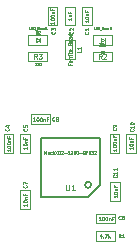
<source format=gbr>
G04 #@! TF.FileFunction,Other,Fab,Top*
%FSLAX46Y46*%
G04 Gerber Fmt 4.6, Leading zero omitted, Abs format (unit mm)*
G04 Created by KiCad (PCBNEW 4.0.7) date 11/16/17 22:13:53*
%MOMM*%
%LPD*%
G01*
G04 APERTURE LIST*
%ADD10C,0.100000*%
%ADD11C,0.200000*%
%ADD12C,0.150000*%
%ADD13C,0.075000*%
%ADD14C,0.050000*%
%ADD15C,0.125000*%
%ADD16C,0.062500*%
G04 APERTURE END LIST*
D10*
D11*
X90678000Y-134366000D02*
G75*
G03X90678000Y-134366000I-254000J0D01*
G01*
D10*
X91084500Y-139084000D02*
X91084500Y-138284000D01*
X92684500Y-139084000D02*
X91084500Y-139084000D01*
X92684500Y-138284000D02*
X92684500Y-139084000D01*
X91084500Y-138284000D02*
X92684500Y-138284000D01*
X91084500Y-137623500D02*
X91084500Y-136823500D01*
X92684500Y-137623500D02*
X91084500Y-137623500D01*
X92684500Y-136823500D02*
X92684500Y-137623500D01*
X91084500Y-136823500D02*
X92684500Y-136823500D01*
X92310000Y-134137500D02*
X93110000Y-134137500D01*
X92310000Y-135737500D02*
X92310000Y-134137500D01*
X93110000Y-135737500D02*
X92310000Y-135737500D01*
X93110000Y-134137500D02*
X93110000Y-135737500D01*
X94456200Y-131673500D02*
X93656200Y-131673500D01*
X94456200Y-130073500D02*
X94456200Y-131673500D01*
X93656200Y-130073500D02*
X94456200Y-130073500D01*
X93656200Y-131673500D02*
X93656200Y-130073500D01*
X93059200Y-131673500D02*
X92259200Y-131673500D01*
X93059200Y-130073500D02*
X93059200Y-131673500D01*
X92259200Y-130073500D02*
X93059200Y-130073500D01*
X92259200Y-131673500D02*
X92259200Y-130073500D01*
X87160000Y-128378000D02*
X87160000Y-129178000D01*
X85560000Y-128378000D02*
X87160000Y-128378000D01*
X85560000Y-129178000D02*
X85560000Y-128378000D01*
X87160000Y-129178000D02*
X85560000Y-129178000D01*
X84093000Y-131673500D02*
X83293000Y-131673500D01*
X84093000Y-130073500D02*
X84093000Y-131673500D01*
X83293000Y-130073500D02*
X84093000Y-130073500D01*
X83293000Y-131673500D02*
X83293000Y-130073500D01*
X85490000Y-131673500D02*
X84690000Y-131673500D01*
X85490000Y-130073500D02*
X85490000Y-131673500D01*
X84690000Y-130073500D02*
X85490000Y-130073500D01*
X84690000Y-131673500D02*
X84690000Y-130073500D01*
X84690000Y-134836000D02*
X85490000Y-134836000D01*
X84690000Y-136436000D02*
X84690000Y-134836000D01*
X85490000Y-136436000D02*
X84690000Y-136436000D01*
X85490000Y-134836000D02*
X85490000Y-136436000D01*
X92430500Y-123107500D02*
X92430500Y-123907500D01*
X90830500Y-123107500D02*
X92430500Y-123107500D01*
X90830500Y-123907500D02*
X90830500Y-123107500D01*
X92430500Y-123907500D02*
X90830500Y-123907500D01*
X91830500Y-122310500D02*
X91830500Y-121910500D01*
X91780500Y-122110500D02*
X91480500Y-122310500D01*
X91480500Y-121910500D02*
X91780500Y-122110500D01*
X91480500Y-122310500D02*
X91480500Y-121910500D01*
X90830500Y-121710500D02*
X92430500Y-121710500D01*
X90830500Y-122510500D02*
X90830500Y-121710500D01*
X92430500Y-122510500D02*
X90830500Y-122510500D01*
X92430500Y-121710500D02*
X92430500Y-122510500D01*
X86369500Y-122310500D02*
X86369500Y-121910500D01*
X86319500Y-122110500D02*
X86019500Y-122310500D01*
X86019500Y-121910500D02*
X86319500Y-122110500D01*
X86019500Y-122310500D02*
X86019500Y-121910500D01*
X85369500Y-121710500D02*
X86969500Y-121710500D01*
X85369500Y-122510500D02*
X85369500Y-121710500D01*
X86969500Y-122510500D02*
X85369500Y-122510500D01*
X86969500Y-121710500D02*
X86969500Y-122510500D01*
X86969500Y-123107500D02*
X86969500Y-123907500D01*
X85369500Y-123107500D02*
X86969500Y-123107500D01*
X85369500Y-123907500D02*
X85369500Y-123107500D01*
X86969500Y-123907500D02*
X85369500Y-123907500D01*
X89300000Y-123736000D02*
X88500000Y-123736000D01*
X89300000Y-122136000D02*
X89300000Y-123736000D01*
X88500000Y-122136000D02*
X89300000Y-122136000D01*
X88500000Y-123736000D02*
X88500000Y-122136000D01*
X90733914Y-120876300D02*
X89933914Y-120876300D01*
X90733914Y-119276300D02*
X90733914Y-120876300D01*
X89933914Y-119276300D02*
X90733914Y-119276300D01*
X89933914Y-120876300D02*
X89933914Y-119276300D01*
X89273414Y-120876300D02*
X88473414Y-120876300D01*
X89273414Y-119276300D02*
X89273414Y-120876300D01*
X88473414Y-119276300D02*
X89273414Y-119276300D01*
X88473414Y-120876300D02*
X88473414Y-119276300D01*
X87812914Y-120876300D02*
X87012914Y-120876300D01*
X87812914Y-119276300D02*
X87812914Y-120876300D01*
X87012914Y-119276300D02*
X87812914Y-119276300D01*
X87012914Y-120876300D02*
X87012914Y-119276300D01*
D12*
X91400000Y-134405500D02*
X90400000Y-135405500D01*
X91400000Y-130405500D02*
X91400000Y-134405500D01*
X86400000Y-130405500D02*
X91400000Y-130405500D01*
X86400000Y-135405500D02*
X86400000Y-130405500D01*
X90400000Y-135405500D02*
X86400000Y-135405500D01*
D13*
X93168000Y-138819714D02*
X93068000Y-138676857D01*
X92996572Y-138819714D02*
X92996572Y-138519714D01*
X93110857Y-138519714D01*
X93139429Y-138534000D01*
X93153714Y-138548286D01*
X93168000Y-138576857D01*
X93168000Y-138619714D01*
X93153714Y-138648286D01*
X93139429Y-138662571D01*
X93110857Y-138676857D01*
X92996572Y-138676857D01*
X93453714Y-138819714D02*
X93282286Y-138819714D01*
X93368000Y-138819714D02*
X93368000Y-138519714D01*
X93339429Y-138562571D01*
X93310857Y-138591143D01*
X93282286Y-138605429D01*
X91542429Y-138632414D02*
X91542429Y-138832414D01*
X91471000Y-138518129D02*
X91399572Y-138732414D01*
X91585286Y-138732414D01*
X91699572Y-138803843D02*
X91713857Y-138818129D01*
X91699572Y-138832414D01*
X91685286Y-138818129D01*
X91699572Y-138803843D01*
X91699572Y-138832414D01*
X91813857Y-138532414D02*
X92013857Y-138532414D01*
X91885286Y-138832414D01*
X92128143Y-138832414D02*
X92128143Y-138532414D01*
X92156714Y-138718129D02*
X92242428Y-138832414D01*
X92242428Y-138632414D02*
X92128143Y-138746700D01*
X93168000Y-137267143D02*
X93153714Y-137281429D01*
X93110857Y-137295714D01*
X93082286Y-137295714D01*
X93039429Y-137281429D01*
X93010857Y-137252857D01*
X92996572Y-137224286D01*
X92982286Y-137167143D01*
X92982286Y-137124286D01*
X92996572Y-137067143D01*
X93010857Y-137038571D01*
X93039429Y-137010000D01*
X93082286Y-136995714D01*
X93110857Y-136995714D01*
X93153714Y-137010000D01*
X93168000Y-137024286D01*
X93425143Y-136995714D02*
X93368000Y-136995714D01*
X93339429Y-137010000D01*
X93325143Y-137024286D01*
X93296572Y-137067143D01*
X93282286Y-137124286D01*
X93282286Y-137238571D01*
X93296572Y-137267143D01*
X93310857Y-137281429D01*
X93339429Y-137295714D01*
X93396572Y-137295714D01*
X93425143Y-137281429D01*
X93439429Y-137267143D01*
X93453714Y-137238571D01*
X93453714Y-137167143D01*
X93439429Y-137138571D01*
X93425143Y-137124286D01*
X93396572Y-137110000D01*
X93339429Y-137110000D01*
X93310857Y-137124286D01*
X93296572Y-137138571D01*
X93282286Y-137167143D01*
X91488794Y-137376994D02*
X91317366Y-137376994D01*
X91403080Y-137376994D02*
X91403080Y-137076994D01*
X91374509Y-137119851D01*
X91345937Y-137148423D01*
X91317366Y-137162709D01*
X91674508Y-137076994D02*
X91703080Y-137076994D01*
X91731651Y-137091280D01*
X91745937Y-137105566D01*
X91760223Y-137134137D01*
X91774508Y-137191280D01*
X91774508Y-137262709D01*
X91760223Y-137319851D01*
X91745937Y-137348423D01*
X91731651Y-137362709D01*
X91703080Y-137376994D01*
X91674508Y-137376994D01*
X91645937Y-137362709D01*
X91631651Y-137348423D01*
X91617366Y-137319851D01*
X91603080Y-137262709D01*
X91603080Y-137191280D01*
X91617366Y-137134137D01*
X91631651Y-137105566D01*
X91645937Y-137091280D01*
X91674508Y-137076994D01*
X91960222Y-137076994D02*
X91988794Y-137076994D01*
X92017365Y-137091280D01*
X92031651Y-137105566D01*
X92045937Y-137134137D01*
X92060222Y-137191280D01*
X92060222Y-137262709D01*
X92045937Y-137319851D01*
X92031651Y-137348423D01*
X92017365Y-137362709D01*
X91988794Y-137376994D01*
X91960222Y-137376994D01*
X91931651Y-137362709D01*
X91917365Y-137348423D01*
X91903080Y-137319851D01*
X91888794Y-137262709D01*
X91888794Y-137191280D01*
X91903080Y-137134137D01*
X91917365Y-137105566D01*
X91931651Y-137091280D01*
X91960222Y-137076994D01*
X92188794Y-137176994D02*
X92188794Y-137376994D01*
X92188794Y-137205566D02*
X92203079Y-137191280D01*
X92231651Y-137176994D01*
X92274508Y-137176994D01*
X92303079Y-137191280D01*
X92317365Y-137219851D01*
X92317365Y-137376994D01*
X92560223Y-137219851D02*
X92460223Y-137219851D01*
X92460223Y-137376994D02*
X92460223Y-137076994D01*
X92603080Y-137076994D01*
X93168000Y-137267143D02*
X93153714Y-137281429D01*
X93110857Y-137295714D01*
X93082286Y-137295714D01*
X93039429Y-137281429D01*
X93010857Y-137252857D01*
X92996572Y-137224286D01*
X92982286Y-137167143D01*
X92982286Y-137124286D01*
X92996572Y-137067143D01*
X93010857Y-137038571D01*
X93039429Y-137010000D01*
X93082286Y-136995714D01*
X93110857Y-136995714D01*
X93153714Y-137010000D01*
X93168000Y-137024286D01*
X93425143Y-136995714D02*
X93368000Y-136995714D01*
X93339429Y-137010000D01*
X93325143Y-137024286D01*
X93296572Y-137067143D01*
X93282286Y-137124286D01*
X93282286Y-137238571D01*
X93296572Y-137267143D01*
X93310857Y-137281429D01*
X93339429Y-137295714D01*
X93396572Y-137295714D01*
X93425143Y-137281429D01*
X93439429Y-137267143D01*
X93453714Y-137238571D01*
X93453714Y-137167143D01*
X93439429Y-137138571D01*
X93425143Y-137124286D01*
X93396572Y-137110000D01*
X93339429Y-137110000D01*
X93310857Y-137124286D01*
X93296572Y-137138571D01*
X93282286Y-137167143D01*
X92817143Y-133542857D02*
X92831429Y-133557143D01*
X92845714Y-133600000D01*
X92845714Y-133628571D01*
X92831429Y-133671428D01*
X92802857Y-133700000D01*
X92774286Y-133714285D01*
X92717143Y-133728571D01*
X92674286Y-133728571D01*
X92617143Y-133714285D01*
X92588571Y-133700000D01*
X92560000Y-133671428D01*
X92545714Y-133628571D01*
X92545714Y-133600000D01*
X92560000Y-133557143D01*
X92574286Y-133542857D01*
X92845714Y-133257143D02*
X92845714Y-133428571D01*
X92845714Y-133342857D02*
X92545714Y-133342857D01*
X92588571Y-133371428D01*
X92617143Y-133400000D01*
X92631429Y-133428571D01*
X92845714Y-132971429D02*
X92845714Y-133142857D01*
X92845714Y-133057143D02*
X92545714Y-133057143D01*
X92588571Y-133085714D01*
X92617143Y-133114286D01*
X92631429Y-133142857D01*
X92883814Y-135248769D02*
X92883814Y-135420197D01*
X92883814Y-135334483D02*
X92583814Y-135334483D01*
X92626671Y-135363054D01*
X92655243Y-135391626D01*
X92669529Y-135420197D01*
X92583814Y-135063055D02*
X92583814Y-135034483D01*
X92598100Y-135005912D01*
X92612386Y-134991626D01*
X92640957Y-134977340D01*
X92698100Y-134963055D01*
X92769529Y-134963055D01*
X92826671Y-134977340D01*
X92855243Y-134991626D01*
X92869529Y-135005912D01*
X92883814Y-135034483D01*
X92883814Y-135063055D01*
X92869529Y-135091626D01*
X92855243Y-135105912D01*
X92826671Y-135120197D01*
X92769529Y-135134483D01*
X92698100Y-135134483D01*
X92640957Y-135120197D01*
X92612386Y-135105912D01*
X92598100Y-135091626D01*
X92583814Y-135063055D01*
X92683814Y-134834483D02*
X92883814Y-134834483D01*
X92712386Y-134834483D02*
X92698100Y-134820198D01*
X92683814Y-134791626D01*
X92683814Y-134748769D01*
X92698100Y-134720198D01*
X92726671Y-134705912D01*
X92883814Y-134705912D01*
X92726671Y-134463054D02*
X92726671Y-134563054D01*
X92883814Y-134563054D02*
X92583814Y-134563054D01*
X92583814Y-134420197D01*
X94204614Y-131172069D02*
X94204614Y-131343497D01*
X94204614Y-131257783D02*
X93904614Y-131257783D01*
X93947471Y-131286354D01*
X93976043Y-131314926D01*
X93990329Y-131343497D01*
X93904614Y-130986355D02*
X93904614Y-130957783D01*
X93918900Y-130929212D01*
X93933186Y-130914926D01*
X93961757Y-130900640D01*
X94018900Y-130886355D01*
X94090329Y-130886355D01*
X94147471Y-130900640D01*
X94176043Y-130914926D01*
X94190329Y-130929212D01*
X94204614Y-130957783D01*
X94204614Y-130986355D01*
X94190329Y-131014926D01*
X94176043Y-131029212D01*
X94147471Y-131043497D01*
X94090329Y-131057783D01*
X94018900Y-131057783D01*
X93961757Y-131043497D01*
X93933186Y-131029212D01*
X93918900Y-131014926D01*
X93904614Y-130986355D01*
X94004614Y-130757783D02*
X94204614Y-130757783D01*
X94033186Y-130757783D02*
X94018900Y-130743498D01*
X94004614Y-130714926D01*
X94004614Y-130672069D01*
X94018900Y-130643498D01*
X94047471Y-130629212D01*
X94204614Y-130629212D01*
X94047471Y-130386354D02*
X94047471Y-130486354D01*
X94204614Y-130486354D02*
X93904614Y-130486354D01*
X93904614Y-130343497D01*
X94239543Y-129656657D02*
X94253829Y-129670943D01*
X94268114Y-129713800D01*
X94268114Y-129742371D01*
X94253829Y-129785228D01*
X94225257Y-129813800D01*
X94196686Y-129828085D01*
X94139543Y-129842371D01*
X94096686Y-129842371D01*
X94039543Y-129828085D01*
X94010971Y-129813800D01*
X93982400Y-129785228D01*
X93968114Y-129742371D01*
X93968114Y-129713800D01*
X93982400Y-129670943D01*
X93996686Y-129656657D01*
X94268114Y-129370943D02*
X94268114Y-129542371D01*
X94268114Y-129456657D02*
X93968114Y-129456657D01*
X94010971Y-129485228D01*
X94039543Y-129513800D01*
X94053829Y-129542371D01*
X93968114Y-129185229D02*
X93968114Y-129156657D01*
X93982400Y-129128086D01*
X93996686Y-129113800D01*
X94025257Y-129099514D01*
X94082400Y-129085229D01*
X94153829Y-129085229D01*
X94210971Y-129099514D01*
X94239543Y-129113800D01*
X94253829Y-129128086D01*
X94268114Y-129156657D01*
X94268114Y-129185229D01*
X94253829Y-129213800D01*
X94239543Y-129228086D01*
X94210971Y-129242371D01*
X94153829Y-129256657D01*
X94082400Y-129256657D01*
X94025257Y-129242371D01*
X93996686Y-129228086D01*
X93982400Y-129213800D01*
X93968114Y-129185229D01*
X92794914Y-131294606D02*
X92794914Y-131466034D01*
X92794914Y-131380320D02*
X92494914Y-131380320D01*
X92537771Y-131408891D01*
X92566343Y-131437463D01*
X92580629Y-131466034D01*
X92494914Y-131108892D02*
X92494914Y-131080320D01*
X92509200Y-131051749D01*
X92523486Y-131037463D01*
X92552057Y-131023177D01*
X92609200Y-131008892D01*
X92680629Y-131008892D01*
X92737771Y-131023177D01*
X92766343Y-131037463D01*
X92780629Y-131051749D01*
X92794914Y-131080320D01*
X92794914Y-131108892D01*
X92780629Y-131137463D01*
X92766343Y-131151749D01*
X92737771Y-131166034D01*
X92680629Y-131180320D01*
X92609200Y-131180320D01*
X92552057Y-131166034D01*
X92523486Y-131151749D01*
X92509200Y-131137463D01*
X92494914Y-131108892D01*
X92494914Y-130823178D02*
X92494914Y-130794606D01*
X92509200Y-130766035D01*
X92523486Y-130751749D01*
X92552057Y-130737463D01*
X92609200Y-130723178D01*
X92680629Y-130723178D01*
X92737771Y-130737463D01*
X92766343Y-130751749D01*
X92780629Y-130766035D01*
X92794914Y-130794606D01*
X92794914Y-130823178D01*
X92780629Y-130851749D01*
X92766343Y-130866035D01*
X92737771Y-130880320D01*
X92680629Y-130894606D01*
X92609200Y-130894606D01*
X92552057Y-130880320D01*
X92523486Y-130866035D01*
X92509200Y-130851749D01*
X92494914Y-130823178D01*
X92594914Y-130594606D02*
X92794914Y-130594606D01*
X92623486Y-130594606D02*
X92609200Y-130580321D01*
X92594914Y-130551749D01*
X92594914Y-130508892D01*
X92609200Y-130480321D01*
X92637771Y-130466035D01*
X92794914Y-130466035D01*
X92637771Y-130223177D02*
X92637771Y-130323177D01*
X92794914Y-130323177D02*
X92494914Y-130323177D01*
X92494914Y-130180320D01*
X92763803Y-129564600D02*
X92778089Y-129578886D01*
X92792374Y-129621743D01*
X92792374Y-129650314D01*
X92778089Y-129693171D01*
X92749517Y-129721743D01*
X92720946Y-129736028D01*
X92663803Y-129750314D01*
X92620946Y-129750314D01*
X92563803Y-129736028D01*
X92535231Y-129721743D01*
X92506660Y-129693171D01*
X92492374Y-129650314D01*
X92492374Y-129621743D01*
X92506660Y-129578886D01*
X92520946Y-129564600D01*
X92792374Y-129421743D02*
X92792374Y-129364600D01*
X92778089Y-129336028D01*
X92763803Y-129321743D01*
X92720946Y-129293171D01*
X92663803Y-129278886D01*
X92549517Y-129278886D01*
X92520946Y-129293171D01*
X92506660Y-129307457D01*
X92492374Y-129336028D01*
X92492374Y-129393171D01*
X92506660Y-129421743D01*
X92520946Y-129436028D01*
X92549517Y-129450314D01*
X92620946Y-129450314D01*
X92649517Y-129436028D01*
X92663803Y-129421743D01*
X92678089Y-129393171D01*
X92678089Y-129336028D01*
X92663803Y-129307457D01*
X92649517Y-129293171D01*
X92620946Y-129278886D01*
X85936354Y-128959434D02*
X85764926Y-128959434D01*
X85850640Y-128959434D02*
X85850640Y-128659434D01*
X85822069Y-128702291D01*
X85793497Y-128730863D01*
X85764926Y-128745149D01*
X86122068Y-128659434D02*
X86150640Y-128659434D01*
X86179211Y-128673720D01*
X86193497Y-128688006D01*
X86207783Y-128716577D01*
X86222068Y-128773720D01*
X86222068Y-128845149D01*
X86207783Y-128902291D01*
X86193497Y-128930863D01*
X86179211Y-128945149D01*
X86150640Y-128959434D01*
X86122068Y-128959434D01*
X86093497Y-128945149D01*
X86079211Y-128930863D01*
X86064926Y-128902291D01*
X86050640Y-128845149D01*
X86050640Y-128773720D01*
X86064926Y-128716577D01*
X86079211Y-128688006D01*
X86093497Y-128673720D01*
X86122068Y-128659434D01*
X86407782Y-128659434D02*
X86436354Y-128659434D01*
X86464925Y-128673720D01*
X86479211Y-128688006D01*
X86493497Y-128716577D01*
X86507782Y-128773720D01*
X86507782Y-128845149D01*
X86493497Y-128902291D01*
X86479211Y-128930863D01*
X86464925Y-128945149D01*
X86436354Y-128959434D01*
X86407782Y-128959434D01*
X86379211Y-128945149D01*
X86364925Y-128930863D01*
X86350640Y-128902291D01*
X86336354Y-128845149D01*
X86336354Y-128773720D01*
X86350640Y-128716577D01*
X86364925Y-128688006D01*
X86379211Y-128673720D01*
X86407782Y-128659434D01*
X86636354Y-128759434D02*
X86636354Y-128959434D01*
X86636354Y-128788006D02*
X86650639Y-128773720D01*
X86679211Y-128759434D01*
X86722068Y-128759434D01*
X86750639Y-128773720D01*
X86764925Y-128802291D01*
X86764925Y-128959434D01*
X87007783Y-128802291D02*
X86907783Y-128802291D01*
X86907783Y-128959434D02*
X86907783Y-128659434D01*
X87050640Y-128659434D01*
X87572380Y-128910543D02*
X87558094Y-128924829D01*
X87515237Y-128939114D01*
X87486666Y-128939114D01*
X87443809Y-128924829D01*
X87415237Y-128896257D01*
X87400952Y-128867686D01*
X87386666Y-128810543D01*
X87386666Y-128767686D01*
X87400952Y-128710543D01*
X87415237Y-128681971D01*
X87443809Y-128653400D01*
X87486666Y-128639114D01*
X87515237Y-128639114D01*
X87558094Y-128653400D01*
X87572380Y-128667686D01*
X87743809Y-128767686D02*
X87715237Y-128753400D01*
X87700952Y-128739114D01*
X87686666Y-128710543D01*
X87686666Y-128696257D01*
X87700952Y-128667686D01*
X87715237Y-128653400D01*
X87743809Y-128639114D01*
X87800952Y-128639114D01*
X87829523Y-128653400D01*
X87843809Y-128667686D01*
X87858094Y-128696257D01*
X87858094Y-128710543D01*
X87843809Y-128739114D01*
X87829523Y-128753400D01*
X87800952Y-128767686D01*
X87743809Y-128767686D01*
X87715237Y-128781971D01*
X87700952Y-128796257D01*
X87686666Y-128824829D01*
X87686666Y-128881971D01*
X87700952Y-128910543D01*
X87715237Y-128924829D01*
X87743809Y-128939114D01*
X87800952Y-128939114D01*
X87829523Y-128924829D01*
X87843809Y-128910543D01*
X87858094Y-128881971D01*
X87858094Y-128824829D01*
X87843809Y-128796257D01*
X87829523Y-128781971D01*
X87800952Y-128767686D01*
X83673143Y-129590000D02*
X83687429Y-129604286D01*
X83701714Y-129647143D01*
X83701714Y-129675714D01*
X83687429Y-129718571D01*
X83658857Y-129747143D01*
X83630286Y-129761428D01*
X83573143Y-129775714D01*
X83530286Y-129775714D01*
X83473143Y-129761428D01*
X83444571Y-129747143D01*
X83416000Y-129718571D01*
X83401714Y-129675714D01*
X83401714Y-129647143D01*
X83416000Y-129604286D01*
X83430286Y-129590000D01*
X83501714Y-129332857D02*
X83701714Y-129332857D01*
X83387429Y-129404286D02*
X83601714Y-129475714D01*
X83601714Y-129290000D01*
X83849034Y-131337786D02*
X83849034Y-131509214D01*
X83849034Y-131423500D02*
X83549034Y-131423500D01*
X83591891Y-131452071D01*
X83620463Y-131480643D01*
X83634749Y-131509214D01*
X83549034Y-131152072D02*
X83549034Y-131123500D01*
X83563320Y-131094929D01*
X83577606Y-131080643D01*
X83606177Y-131066357D01*
X83663320Y-131052072D01*
X83734749Y-131052072D01*
X83791891Y-131066357D01*
X83820463Y-131080643D01*
X83834749Y-131094929D01*
X83849034Y-131123500D01*
X83849034Y-131152072D01*
X83834749Y-131180643D01*
X83820463Y-131194929D01*
X83791891Y-131209214D01*
X83734749Y-131223500D01*
X83663320Y-131223500D01*
X83606177Y-131209214D01*
X83577606Y-131194929D01*
X83563320Y-131180643D01*
X83549034Y-131152072D01*
X83549034Y-130866358D02*
X83549034Y-130837786D01*
X83563320Y-130809215D01*
X83577606Y-130794929D01*
X83606177Y-130780643D01*
X83663320Y-130766358D01*
X83734749Y-130766358D01*
X83791891Y-130780643D01*
X83820463Y-130794929D01*
X83834749Y-130809215D01*
X83849034Y-130837786D01*
X83849034Y-130866358D01*
X83834749Y-130894929D01*
X83820463Y-130909215D01*
X83791891Y-130923500D01*
X83734749Y-130937786D01*
X83663320Y-130937786D01*
X83606177Y-130923500D01*
X83577606Y-130909215D01*
X83563320Y-130894929D01*
X83549034Y-130866358D01*
X83649034Y-130637786D02*
X83849034Y-130637786D01*
X83677606Y-130637786D02*
X83663320Y-130623501D01*
X83649034Y-130594929D01*
X83649034Y-130552072D01*
X83663320Y-130523501D01*
X83691891Y-130509215D01*
X83849034Y-130509215D01*
X83691891Y-130266357D02*
X83691891Y-130366357D01*
X83849034Y-130366357D02*
X83549034Y-130366357D01*
X83549034Y-130223500D01*
X85235874Y-131151749D02*
X85235874Y-131323177D01*
X85235874Y-131237463D02*
X84935874Y-131237463D01*
X84978731Y-131266034D01*
X85007303Y-131294606D01*
X85021589Y-131323177D01*
X84935874Y-130966035D02*
X84935874Y-130937463D01*
X84950160Y-130908892D01*
X84964446Y-130894606D01*
X84993017Y-130880320D01*
X85050160Y-130866035D01*
X85121589Y-130866035D01*
X85178731Y-130880320D01*
X85207303Y-130894606D01*
X85221589Y-130908892D01*
X85235874Y-130937463D01*
X85235874Y-130966035D01*
X85221589Y-130994606D01*
X85207303Y-131008892D01*
X85178731Y-131023177D01*
X85121589Y-131037463D01*
X85050160Y-131037463D01*
X84993017Y-131023177D01*
X84964446Y-131008892D01*
X84950160Y-130994606D01*
X84935874Y-130966035D01*
X85035874Y-130737463D02*
X85235874Y-130737463D01*
X85064446Y-130737463D02*
X85050160Y-130723178D01*
X85035874Y-130694606D01*
X85035874Y-130651749D01*
X85050160Y-130623178D01*
X85078731Y-130608892D01*
X85235874Y-130608892D01*
X85078731Y-130366034D02*
X85078731Y-130466034D01*
X85235874Y-130466034D02*
X84935874Y-130466034D01*
X84935874Y-130323177D01*
X85212383Y-129615400D02*
X85226669Y-129629686D01*
X85240954Y-129672543D01*
X85240954Y-129701114D01*
X85226669Y-129743971D01*
X85198097Y-129772543D01*
X85169526Y-129786828D01*
X85112383Y-129801114D01*
X85069526Y-129801114D01*
X85012383Y-129786828D01*
X84983811Y-129772543D01*
X84955240Y-129743971D01*
X84940954Y-129701114D01*
X84940954Y-129672543D01*
X84955240Y-129629686D01*
X84969526Y-129615400D01*
X84940954Y-129343971D02*
X84940954Y-129486828D01*
X85083811Y-129501114D01*
X85069526Y-129486828D01*
X85055240Y-129458257D01*
X85055240Y-129386828D01*
X85069526Y-129358257D01*
X85083811Y-129343971D01*
X85112383Y-129329686D01*
X85183811Y-129329686D01*
X85212383Y-129343971D01*
X85226669Y-129358257D01*
X85240954Y-129386828D01*
X85240954Y-129458257D01*
X85226669Y-129486828D01*
X85212383Y-129501114D01*
X85235874Y-135954889D02*
X85235874Y-136126317D01*
X85235874Y-136040603D02*
X84935874Y-136040603D01*
X84978731Y-136069174D01*
X85007303Y-136097746D01*
X85021589Y-136126317D01*
X84935874Y-135769175D02*
X84935874Y-135740603D01*
X84950160Y-135712032D01*
X84964446Y-135697746D01*
X84993017Y-135683460D01*
X85050160Y-135669175D01*
X85121589Y-135669175D01*
X85178731Y-135683460D01*
X85207303Y-135697746D01*
X85221589Y-135712032D01*
X85235874Y-135740603D01*
X85235874Y-135769175D01*
X85221589Y-135797746D01*
X85207303Y-135812032D01*
X85178731Y-135826317D01*
X85121589Y-135840603D01*
X85050160Y-135840603D01*
X84993017Y-135826317D01*
X84964446Y-135812032D01*
X84950160Y-135797746D01*
X84935874Y-135769175D01*
X85035874Y-135540603D02*
X85235874Y-135540603D01*
X85064446Y-135540603D02*
X85050160Y-135526318D01*
X85035874Y-135497746D01*
X85035874Y-135454889D01*
X85050160Y-135426318D01*
X85078731Y-135412032D01*
X85235874Y-135412032D01*
X85078731Y-135169174D02*
X85078731Y-135269174D01*
X85235874Y-135269174D02*
X84935874Y-135269174D01*
X84935874Y-135126317D01*
X85197143Y-134416000D02*
X85211429Y-134430286D01*
X85225714Y-134473143D01*
X85225714Y-134501714D01*
X85211429Y-134544571D01*
X85182857Y-134573143D01*
X85154286Y-134587428D01*
X85097143Y-134601714D01*
X85054286Y-134601714D01*
X84997143Y-134587428D01*
X84968571Y-134573143D01*
X84940000Y-134544571D01*
X84925714Y-134501714D01*
X84925714Y-134473143D01*
X84940000Y-134430286D01*
X84954286Y-134416000D01*
X84925714Y-134316000D02*
X84925714Y-134116000D01*
X85225714Y-134244571D01*
D14*
X91373357Y-122397976D02*
X91497167Y-122397976D01*
X91430500Y-122474167D01*
X91459072Y-122474167D01*
X91478119Y-122483690D01*
X91487643Y-122493214D01*
X91497167Y-122512262D01*
X91497167Y-122559881D01*
X91487643Y-122578929D01*
X91478119Y-122588452D01*
X91459072Y-122597976D01*
X91401929Y-122597976D01*
X91382881Y-122588452D01*
X91373357Y-122578929D01*
X91563833Y-122397976D02*
X91687643Y-122397976D01*
X91620976Y-122474167D01*
X91649548Y-122474167D01*
X91668595Y-122483690D01*
X91678119Y-122493214D01*
X91687643Y-122512262D01*
X91687643Y-122559881D01*
X91678119Y-122578929D01*
X91668595Y-122588452D01*
X91649548Y-122597976D01*
X91592405Y-122597976D01*
X91573357Y-122588452D01*
X91563833Y-122578929D01*
X91811452Y-122397976D02*
X91830500Y-122397976D01*
X91849548Y-122407500D01*
X91859071Y-122417024D01*
X91868595Y-122436071D01*
X91878119Y-122474167D01*
X91878119Y-122521786D01*
X91868595Y-122559881D01*
X91859071Y-122578929D01*
X91849548Y-122588452D01*
X91830500Y-122597976D01*
X91811452Y-122597976D01*
X91792405Y-122588452D01*
X91782881Y-122578929D01*
X91773357Y-122559881D01*
X91763833Y-122521786D01*
X91763833Y-122474167D01*
X91773357Y-122436071D01*
X91782881Y-122417024D01*
X91792405Y-122407500D01*
X91811452Y-122397976D01*
D13*
X91563834Y-123688452D02*
X91430500Y-123497976D01*
X91335262Y-123688452D02*
X91335262Y-123288452D01*
X91487643Y-123288452D01*
X91525738Y-123307500D01*
X91544786Y-123326548D01*
X91563834Y-123364643D01*
X91563834Y-123421786D01*
X91544786Y-123459881D01*
X91525738Y-123478929D01*
X91487643Y-123497976D01*
X91335262Y-123497976D01*
X91716214Y-123326548D02*
X91735262Y-123307500D01*
X91773357Y-123288452D01*
X91868595Y-123288452D01*
X91906691Y-123307500D01*
X91925738Y-123326548D01*
X91944786Y-123364643D01*
X91944786Y-123402738D01*
X91925738Y-123459881D01*
X91697167Y-123688452D01*
X91944786Y-123688452D01*
D14*
X91482881Y-123200976D02*
X91482881Y-123000976D01*
X91530500Y-123000976D01*
X91559072Y-123010500D01*
X91578119Y-123029548D01*
X91587643Y-123048595D01*
X91597167Y-123086690D01*
X91597167Y-123115262D01*
X91587643Y-123153357D01*
X91578119Y-123172405D01*
X91559072Y-123191452D01*
X91530500Y-123200976D01*
X91482881Y-123200976D01*
X91787643Y-123200976D02*
X91673357Y-123200976D01*
X91730500Y-123200976D02*
X91730500Y-123000976D01*
X91711452Y-123029548D01*
X91692405Y-123048595D01*
X91673357Y-123058119D01*
X91001929Y-121200976D02*
X90906691Y-121200976D01*
X90906691Y-121000976D01*
X91068596Y-121096214D02*
X91135263Y-121096214D01*
X91163834Y-121200976D02*
X91068596Y-121200976D01*
X91068596Y-121000976D01*
X91163834Y-121000976D01*
X91249548Y-121200976D02*
X91249548Y-121000976D01*
X91297167Y-121000976D01*
X91325739Y-121010500D01*
X91344786Y-121029548D01*
X91354310Y-121048595D01*
X91363834Y-121086690D01*
X91363834Y-121115262D01*
X91354310Y-121153357D01*
X91344786Y-121172405D01*
X91325739Y-121191452D01*
X91297167Y-121200976D01*
X91249548Y-121200976D01*
X91401929Y-121220024D02*
X91554310Y-121220024D01*
X91592405Y-121191452D02*
X91620977Y-121200976D01*
X91668596Y-121200976D01*
X91687643Y-121191452D01*
X91697167Y-121181929D01*
X91706691Y-121162881D01*
X91706691Y-121143833D01*
X91697167Y-121124786D01*
X91687643Y-121115262D01*
X91668596Y-121105738D01*
X91630500Y-121096214D01*
X91611453Y-121086690D01*
X91601929Y-121077167D01*
X91592405Y-121058119D01*
X91592405Y-121039071D01*
X91601929Y-121020024D01*
X91611453Y-121010500D01*
X91630500Y-121000976D01*
X91678120Y-121000976D01*
X91706691Y-121010500D01*
X91792405Y-121200976D02*
X91792405Y-121067643D01*
X91792405Y-121086690D02*
X91801929Y-121077167D01*
X91820976Y-121067643D01*
X91849548Y-121067643D01*
X91868596Y-121077167D01*
X91878119Y-121096214D01*
X91878119Y-121200976D01*
X91878119Y-121096214D02*
X91887643Y-121077167D01*
X91906691Y-121067643D01*
X91935262Y-121067643D01*
X91954310Y-121077167D01*
X91963834Y-121096214D01*
X91963834Y-121200976D01*
X92144786Y-121200976D02*
X92144786Y-121096214D01*
X92135263Y-121077167D01*
X92116215Y-121067643D01*
X92078120Y-121067643D01*
X92059072Y-121077167D01*
X92144786Y-121191452D02*
X92125739Y-121200976D01*
X92078120Y-121200976D01*
X92059072Y-121191452D01*
X92049548Y-121172405D01*
X92049548Y-121153357D01*
X92059072Y-121134310D01*
X92078120Y-121124786D01*
X92125739Y-121124786D01*
X92144786Y-121115262D01*
X92268595Y-121200976D02*
X92249548Y-121191452D01*
X92240024Y-121172405D01*
X92240024Y-121000976D01*
X92373357Y-121200976D02*
X92354310Y-121191452D01*
X92344786Y-121172405D01*
X92344786Y-121000976D01*
X86021881Y-121565976D02*
X86021881Y-121365976D01*
X86069500Y-121365976D01*
X86098072Y-121375500D01*
X86117119Y-121394548D01*
X86126643Y-121413595D01*
X86136167Y-121451690D01*
X86136167Y-121480262D01*
X86126643Y-121518357D01*
X86117119Y-121537405D01*
X86098072Y-121556452D01*
X86069500Y-121565976D01*
X86021881Y-121565976D01*
X86212357Y-121385024D02*
X86221881Y-121375500D01*
X86240929Y-121365976D01*
X86288548Y-121365976D01*
X86307595Y-121375500D01*
X86317119Y-121385024D01*
X86326643Y-121404071D01*
X86326643Y-121423119D01*
X86317119Y-121451690D01*
X86202833Y-121565976D01*
X86326643Y-121565976D01*
X85540929Y-121200976D02*
X85445691Y-121200976D01*
X85445691Y-121000976D01*
X85607596Y-121096214D02*
X85674263Y-121096214D01*
X85702834Y-121200976D02*
X85607596Y-121200976D01*
X85607596Y-121000976D01*
X85702834Y-121000976D01*
X85788548Y-121200976D02*
X85788548Y-121000976D01*
X85836167Y-121000976D01*
X85864739Y-121010500D01*
X85883786Y-121029548D01*
X85893310Y-121048595D01*
X85902834Y-121086690D01*
X85902834Y-121115262D01*
X85893310Y-121153357D01*
X85883786Y-121172405D01*
X85864739Y-121191452D01*
X85836167Y-121200976D01*
X85788548Y-121200976D01*
X85940929Y-121220024D02*
X86093310Y-121220024D01*
X86131405Y-121191452D02*
X86159977Y-121200976D01*
X86207596Y-121200976D01*
X86226643Y-121191452D01*
X86236167Y-121181929D01*
X86245691Y-121162881D01*
X86245691Y-121143833D01*
X86236167Y-121124786D01*
X86226643Y-121115262D01*
X86207596Y-121105738D01*
X86169500Y-121096214D01*
X86150453Y-121086690D01*
X86140929Y-121077167D01*
X86131405Y-121058119D01*
X86131405Y-121039071D01*
X86140929Y-121020024D01*
X86150453Y-121010500D01*
X86169500Y-121000976D01*
X86217120Y-121000976D01*
X86245691Y-121010500D01*
X86331405Y-121200976D02*
X86331405Y-121067643D01*
X86331405Y-121086690D02*
X86340929Y-121077167D01*
X86359976Y-121067643D01*
X86388548Y-121067643D01*
X86407596Y-121077167D01*
X86417119Y-121096214D01*
X86417119Y-121200976D01*
X86417119Y-121096214D02*
X86426643Y-121077167D01*
X86445691Y-121067643D01*
X86474262Y-121067643D01*
X86493310Y-121077167D01*
X86502834Y-121096214D01*
X86502834Y-121200976D01*
X86683786Y-121200976D02*
X86683786Y-121096214D01*
X86674263Y-121077167D01*
X86655215Y-121067643D01*
X86617120Y-121067643D01*
X86598072Y-121077167D01*
X86683786Y-121191452D02*
X86664739Y-121200976D01*
X86617120Y-121200976D01*
X86598072Y-121191452D01*
X86588548Y-121172405D01*
X86588548Y-121153357D01*
X86598072Y-121134310D01*
X86617120Y-121124786D01*
X86664739Y-121124786D01*
X86683786Y-121115262D01*
X86807595Y-121200976D02*
X86788548Y-121191452D01*
X86779024Y-121172405D01*
X86779024Y-121000976D01*
X86912357Y-121200976D02*
X86893310Y-121191452D01*
X86883786Y-121172405D01*
X86883786Y-121000976D01*
X85912357Y-124032976D02*
X86036167Y-124032976D01*
X85969500Y-124109167D01*
X85998072Y-124109167D01*
X86017119Y-124118690D01*
X86026643Y-124128214D01*
X86036167Y-124147262D01*
X86036167Y-124194881D01*
X86026643Y-124213929D01*
X86017119Y-124223452D01*
X85998072Y-124232976D01*
X85940929Y-124232976D01*
X85921881Y-124223452D01*
X85912357Y-124213929D01*
X86102833Y-124032976D02*
X86226643Y-124032976D01*
X86159976Y-124109167D01*
X86188548Y-124109167D01*
X86207595Y-124118690D01*
X86217119Y-124128214D01*
X86226643Y-124147262D01*
X86226643Y-124194881D01*
X86217119Y-124213929D01*
X86207595Y-124223452D01*
X86188548Y-124232976D01*
X86131405Y-124232976D01*
X86112357Y-124223452D01*
X86102833Y-124213929D01*
X86350452Y-124032976D02*
X86369500Y-124032976D01*
X86388548Y-124042500D01*
X86398071Y-124052024D01*
X86407595Y-124071071D01*
X86417119Y-124109167D01*
X86417119Y-124156786D01*
X86407595Y-124194881D01*
X86398071Y-124213929D01*
X86388548Y-124223452D01*
X86369500Y-124232976D01*
X86350452Y-124232976D01*
X86331405Y-124223452D01*
X86321881Y-124213929D01*
X86312357Y-124194881D01*
X86302833Y-124156786D01*
X86302833Y-124109167D01*
X86312357Y-124071071D01*
X86321881Y-124052024D01*
X86331405Y-124042500D01*
X86350452Y-124032976D01*
D13*
X86102834Y-123688452D02*
X85969500Y-123497976D01*
X85874262Y-123688452D02*
X85874262Y-123288452D01*
X86026643Y-123288452D01*
X86064738Y-123307500D01*
X86083786Y-123326548D01*
X86102834Y-123364643D01*
X86102834Y-123421786D01*
X86083786Y-123459881D01*
X86064738Y-123478929D01*
X86026643Y-123497976D01*
X85874262Y-123497976D01*
X86236167Y-123288452D02*
X86483786Y-123288452D01*
X86350453Y-123440833D01*
X86407595Y-123440833D01*
X86445691Y-123459881D01*
X86464738Y-123478929D01*
X86483786Y-123517024D01*
X86483786Y-123612262D01*
X86464738Y-123650357D01*
X86445691Y-123669405D01*
X86407595Y-123688452D01*
X86293310Y-123688452D01*
X86255214Y-123669405D01*
X86236167Y-123650357D01*
X89797714Y-122985999D02*
X89797714Y-123128856D01*
X89497714Y-123128856D01*
X89797714Y-122728857D02*
X89797714Y-122900285D01*
X89797714Y-122814571D02*
X89497714Y-122814571D01*
X89540571Y-122843142D01*
X89569143Y-122871714D01*
X89583429Y-122900285D01*
X88873491Y-124126948D02*
X88873491Y-124226948D01*
X89030634Y-124226948D02*
X88730634Y-124226948D01*
X88730634Y-124084091D01*
X89016349Y-123855520D02*
X89030634Y-123884091D01*
X89030634Y-123941234D01*
X89016349Y-123969805D01*
X88987777Y-123984091D01*
X88873491Y-123984091D01*
X88844920Y-123969805D01*
X88830634Y-123941234D01*
X88830634Y-123884091D01*
X88844920Y-123855520D01*
X88873491Y-123841234D01*
X88902063Y-123841234D01*
X88930634Y-123984091D01*
X89030634Y-123712662D02*
X88830634Y-123712662D01*
X88887777Y-123712662D02*
X88859206Y-123698377D01*
X88844920Y-123684091D01*
X88830634Y-123655520D01*
X88830634Y-123626948D01*
X89030634Y-123526948D02*
X88830634Y-123526948D01*
X88887777Y-123526948D02*
X88859206Y-123512663D01*
X88844920Y-123498377D01*
X88830634Y-123469806D01*
X88830634Y-123441234D01*
X89030634Y-123341234D02*
X88830634Y-123341234D01*
X88730634Y-123341234D02*
X88744920Y-123355520D01*
X88759206Y-123341234D01*
X88744920Y-123326949D01*
X88730634Y-123341234D01*
X88759206Y-123341234D01*
X88830634Y-123241235D02*
X88830634Y-123126949D01*
X88730634Y-123198377D02*
X88987777Y-123198377D01*
X89016349Y-123184092D01*
X89030634Y-123155520D01*
X89030634Y-123126949D01*
X89016349Y-122912663D02*
X89030634Y-122941234D01*
X89030634Y-122998377D01*
X89016349Y-123026948D01*
X88987777Y-123041234D01*
X88873491Y-123041234D01*
X88844920Y-123026948D01*
X88830634Y-122998377D01*
X88830634Y-122941234D01*
X88844920Y-122912663D01*
X88873491Y-122898377D01*
X88902063Y-122898377D01*
X88930634Y-123041234D01*
X89059206Y-122841234D02*
X89059206Y-122612663D01*
X88873491Y-122441234D02*
X88887777Y-122398377D01*
X88902063Y-122384092D01*
X88930634Y-122369806D01*
X88973491Y-122369806D01*
X89002063Y-122384092D01*
X89016349Y-122398377D01*
X89030634Y-122426949D01*
X89030634Y-122541234D01*
X88730634Y-122541234D01*
X88730634Y-122441234D01*
X88744920Y-122412663D01*
X88759206Y-122398377D01*
X88787777Y-122384092D01*
X88816349Y-122384092D01*
X88844920Y-122398377D01*
X88859206Y-122412663D01*
X88873491Y-122441234D01*
X88873491Y-122541234D01*
X89016349Y-122126949D02*
X89030634Y-122155520D01*
X89030634Y-122212663D01*
X89016349Y-122241234D01*
X88987777Y-122255520D01*
X88873491Y-122255520D01*
X88844920Y-122241234D01*
X88830634Y-122212663D01*
X88830634Y-122155520D01*
X88844920Y-122126949D01*
X88873491Y-122112663D01*
X88902063Y-122112663D01*
X88930634Y-122255520D01*
X89030634Y-121855520D02*
X88873491Y-121855520D01*
X88844920Y-121869806D01*
X88830634Y-121898377D01*
X88830634Y-121955520D01*
X88844920Y-121984091D01*
X89016349Y-121855520D02*
X89030634Y-121884091D01*
X89030634Y-121955520D01*
X89016349Y-121984091D01*
X88987777Y-121998377D01*
X88959206Y-121998377D01*
X88930634Y-121984091D01*
X88916349Y-121955520D01*
X88916349Y-121884091D01*
X88902063Y-121855520D01*
X89030634Y-121584091D02*
X88730634Y-121584091D01*
X89016349Y-121584091D02*
X89030634Y-121612662D01*
X89030634Y-121669805D01*
X89016349Y-121698377D01*
X89002063Y-121712662D01*
X88973491Y-121726948D01*
X88887777Y-121726948D01*
X88859206Y-121712662D01*
X88844920Y-121698377D01*
X88830634Y-121669805D01*
X88830634Y-121612662D01*
X88844920Y-121584091D01*
X90444228Y-120420589D02*
X90444228Y-120592017D01*
X90444228Y-120506303D02*
X90144228Y-120506303D01*
X90187085Y-120534874D01*
X90215657Y-120563446D01*
X90229943Y-120592017D01*
X90144228Y-120234875D02*
X90144228Y-120206303D01*
X90158514Y-120177732D01*
X90172800Y-120163446D01*
X90201371Y-120149160D01*
X90258514Y-120134875D01*
X90329943Y-120134875D01*
X90387085Y-120149160D01*
X90415657Y-120163446D01*
X90429943Y-120177732D01*
X90444228Y-120206303D01*
X90444228Y-120234875D01*
X90429943Y-120263446D01*
X90415657Y-120277732D01*
X90387085Y-120292017D01*
X90329943Y-120306303D01*
X90258514Y-120306303D01*
X90201371Y-120292017D01*
X90172800Y-120277732D01*
X90158514Y-120263446D01*
X90144228Y-120234875D01*
X90244228Y-119877732D02*
X90444228Y-119877732D01*
X90244228Y-120006303D02*
X90401371Y-120006303D01*
X90429943Y-119992018D01*
X90444228Y-119963446D01*
X90444228Y-119920589D01*
X90429943Y-119892018D01*
X90415657Y-119877732D01*
X90287085Y-119634874D02*
X90287085Y-119734874D01*
X90444228Y-119734874D02*
X90144228Y-119734874D01*
X90144228Y-119592017D01*
X90423277Y-121409000D02*
X90437563Y-121423286D01*
X90451848Y-121466143D01*
X90451848Y-121494714D01*
X90437563Y-121537571D01*
X90408991Y-121566143D01*
X90380420Y-121580428D01*
X90323277Y-121594714D01*
X90280420Y-121594714D01*
X90223277Y-121580428D01*
X90194705Y-121566143D01*
X90166134Y-121537571D01*
X90151848Y-121494714D01*
X90151848Y-121466143D01*
X90166134Y-121423286D01*
X90180420Y-121409000D01*
X90451848Y-121123286D02*
X90451848Y-121294714D01*
X90451848Y-121209000D02*
X90151848Y-121209000D01*
X90194705Y-121237571D01*
X90223277Y-121266143D01*
X90237563Y-121294714D01*
X89107557Y-121396300D02*
X89121843Y-121410586D01*
X89136128Y-121453443D01*
X89136128Y-121482014D01*
X89121843Y-121524871D01*
X89093271Y-121553443D01*
X89064700Y-121567728D01*
X89007557Y-121582014D01*
X88964700Y-121582014D01*
X88907557Y-121567728D01*
X88878985Y-121553443D01*
X88850414Y-121524871D01*
X88836128Y-121482014D01*
X88836128Y-121453443D01*
X88850414Y-121410586D01*
X88864700Y-121396300D01*
X88864700Y-121282014D02*
X88850414Y-121267728D01*
X88836128Y-121239157D01*
X88836128Y-121167728D01*
X88850414Y-121139157D01*
X88864700Y-121124871D01*
X88893271Y-121110586D01*
X88921843Y-121110586D01*
X88964700Y-121124871D01*
X89136128Y-121296300D01*
X89136128Y-121110586D01*
X89014208Y-120237092D02*
X89014208Y-120408520D01*
X89014208Y-120322806D02*
X88714208Y-120322806D01*
X88757065Y-120351377D01*
X88785637Y-120379949D01*
X88799923Y-120408520D01*
X88814208Y-119979949D02*
X89014208Y-119979949D01*
X88814208Y-120108520D02*
X88971351Y-120108520D01*
X88999923Y-120094235D01*
X89014208Y-120065663D01*
X89014208Y-120022806D01*
X88999923Y-119994235D01*
X88985637Y-119979949D01*
X88857065Y-119737091D02*
X88857065Y-119837091D01*
X89014208Y-119837091D02*
X88714208Y-119837091D01*
X88714208Y-119694234D01*
X87525768Y-120543126D02*
X87525768Y-120714554D01*
X87525768Y-120628840D02*
X87225768Y-120628840D01*
X87268625Y-120657411D01*
X87297197Y-120685983D01*
X87311483Y-120714554D01*
X87225768Y-120357412D02*
X87225768Y-120328840D01*
X87240054Y-120300269D01*
X87254340Y-120285983D01*
X87282911Y-120271697D01*
X87340054Y-120257412D01*
X87411483Y-120257412D01*
X87468625Y-120271697D01*
X87497197Y-120285983D01*
X87511483Y-120300269D01*
X87525768Y-120328840D01*
X87525768Y-120357412D01*
X87511483Y-120385983D01*
X87497197Y-120400269D01*
X87468625Y-120414554D01*
X87411483Y-120428840D01*
X87340054Y-120428840D01*
X87282911Y-120414554D01*
X87254340Y-120400269D01*
X87240054Y-120385983D01*
X87225768Y-120357412D01*
X87225768Y-120071698D02*
X87225768Y-120043126D01*
X87240054Y-120014555D01*
X87254340Y-120000269D01*
X87282911Y-119985983D01*
X87340054Y-119971698D01*
X87411483Y-119971698D01*
X87468625Y-119985983D01*
X87497197Y-120000269D01*
X87511483Y-120014555D01*
X87525768Y-120043126D01*
X87525768Y-120071698D01*
X87511483Y-120100269D01*
X87497197Y-120114555D01*
X87468625Y-120128840D01*
X87411483Y-120143126D01*
X87340054Y-120143126D01*
X87282911Y-120128840D01*
X87254340Y-120114555D01*
X87240054Y-120100269D01*
X87225768Y-120071698D01*
X87325768Y-119843126D02*
X87525768Y-119843126D01*
X87354340Y-119843126D02*
X87340054Y-119828841D01*
X87325768Y-119800269D01*
X87325768Y-119757412D01*
X87340054Y-119728841D01*
X87368625Y-119714555D01*
X87525768Y-119714555D01*
X87368625Y-119471697D02*
X87368625Y-119571697D01*
X87525768Y-119571697D02*
X87225768Y-119571697D01*
X87225768Y-119428840D01*
X87583557Y-121396300D02*
X87597843Y-121410586D01*
X87612128Y-121453443D01*
X87612128Y-121482014D01*
X87597843Y-121524871D01*
X87569271Y-121553443D01*
X87540700Y-121567728D01*
X87483557Y-121582014D01*
X87440700Y-121582014D01*
X87383557Y-121567728D01*
X87354985Y-121553443D01*
X87326414Y-121524871D01*
X87312128Y-121482014D01*
X87312128Y-121453443D01*
X87326414Y-121410586D01*
X87340700Y-121396300D01*
X87312128Y-121296300D02*
X87312128Y-121110586D01*
X87426414Y-121210586D01*
X87426414Y-121167728D01*
X87440700Y-121139157D01*
X87454985Y-121124871D01*
X87483557Y-121110586D01*
X87554985Y-121110586D01*
X87583557Y-121124871D01*
X87597843Y-121139157D01*
X87612128Y-121167728D01*
X87612128Y-121253443D01*
X87597843Y-121282014D01*
X87583557Y-121296300D01*
D15*
X88519048Y-134346190D02*
X88519048Y-134750952D01*
X88542857Y-134798571D01*
X88566667Y-134822381D01*
X88614286Y-134846190D01*
X88709524Y-134846190D01*
X88757143Y-134822381D01*
X88780952Y-134798571D01*
X88804762Y-134750952D01*
X88804762Y-134346190D01*
X89304762Y-134846190D02*
X89019048Y-134846190D01*
X89161905Y-134846190D02*
X89161905Y-134346190D01*
X89114286Y-134417619D01*
X89066667Y-134465238D01*
X89019048Y-134489048D01*
D16*
X86721430Y-131771214D02*
X86721430Y-131471214D01*
X86804763Y-131685500D01*
X86888096Y-131471214D01*
X86888096Y-131771214D01*
X87114287Y-131771214D02*
X87114287Y-131614071D01*
X87102382Y-131585500D01*
X87078572Y-131571214D01*
X87030953Y-131571214D01*
X87007144Y-131585500D01*
X87114287Y-131756929D02*
X87090477Y-131771214D01*
X87030953Y-131771214D01*
X87007144Y-131756929D01*
X86995239Y-131728357D01*
X86995239Y-131699786D01*
X87007144Y-131671214D01*
X87030953Y-131656929D01*
X87090477Y-131656929D01*
X87114287Y-131642643D01*
X87340477Y-131756929D02*
X87316667Y-131771214D01*
X87269048Y-131771214D01*
X87245239Y-131756929D01*
X87233334Y-131742643D01*
X87221429Y-131714071D01*
X87221429Y-131628357D01*
X87233334Y-131599786D01*
X87245239Y-131585500D01*
X87269048Y-131571214D01*
X87316667Y-131571214D01*
X87340477Y-131585500D01*
X87447620Y-131771214D02*
X87447620Y-131471214D01*
X87554763Y-131771214D02*
X87554763Y-131614071D01*
X87542858Y-131585500D01*
X87519048Y-131571214D01*
X87483334Y-131571214D01*
X87459525Y-131585500D01*
X87447620Y-131599786D01*
X87650000Y-131471214D02*
X87816667Y-131771214D01*
X87816667Y-131471214D02*
X87650000Y-131771214D01*
X87959524Y-131471214D02*
X88007143Y-131471214D01*
X88030952Y-131485500D01*
X88054762Y-131514071D01*
X88066667Y-131571214D01*
X88066667Y-131671214D01*
X88054762Y-131728357D01*
X88030952Y-131756929D01*
X88007143Y-131771214D01*
X87959524Y-131771214D01*
X87935714Y-131756929D01*
X87911905Y-131728357D01*
X87900000Y-131671214D01*
X87900000Y-131571214D01*
X87911905Y-131514071D01*
X87935714Y-131485500D01*
X87959524Y-131471214D01*
X88161905Y-131499786D02*
X88173810Y-131485500D01*
X88197619Y-131471214D01*
X88257143Y-131471214D01*
X88280953Y-131485500D01*
X88292857Y-131499786D01*
X88304762Y-131528357D01*
X88304762Y-131556929D01*
X88292857Y-131599786D01*
X88150000Y-131771214D01*
X88304762Y-131771214D01*
X88411905Y-131656929D02*
X88602381Y-131656929D01*
X88852381Y-131771214D02*
X88709524Y-131771214D01*
X88780953Y-131771214D02*
X88780953Y-131471214D01*
X88757143Y-131514071D01*
X88733334Y-131542643D01*
X88709524Y-131556929D01*
X88947619Y-131499786D02*
X88959524Y-131485500D01*
X88983333Y-131471214D01*
X89042857Y-131471214D01*
X89066667Y-131485500D01*
X89078571Y-131499786D01*
X89090476Y-131528357D01*
X89090476Y-131556929D01*
X89078571Y-131599786D01*
X88935714Y-131771214D01*
X89090476Y-131771214D01*
X89245238Y-131471214D02*
X89269047Y-131471214D01*
X89292857Y-131485500D01*
X89304762Y-131499786D01*
X89316666Y-131528357D01*
X89328571Y-131585500D01*
X89328571Y-131656929D01*
X89316666Y-131714071D01*
X89304762Y-131742643D01*
X89292857Y-131756929D01*
X89269047Y-131771214D01*
X89245238Y-131771214D01*
X89221428Y-131756929D01*
X89209524Y-131742643D01*
X89197619Y-131714071D01*
X89185714Y-131656929D01*
X89185714Y-131585500D01*
X89197619Y-131528357D01*
X89209524Y-131499786D01*
X89221428Y-131485500D01*
X89245238Y-131471214D01*
X89483333Y-131471214D02*
X89507142Y-131471214D01*
X89530952Y-131485500D01*
X89542857Y-131499786D01*
X89554761Y-131528357D01*
X89566666Y-131585500D01*
X89566666Y-131656929D01*
X89554761Y-131714071D01*
X89542857Y-131742643D01*
X89530952Y-131756929D01*
X89507142Y-131771214D01*
X89483333Y-131771214D01*
X89459523Y-131756929D01*
X89447619Y-131742643D01*
X89435714Y-131714071D01*
X89423809Y-131656929D01*
X89423809Y-131585500D01*
X89435714Y-131528357D01*
X89447619Y-131499786D01*
X89459523Y-131485500D01*
X89483333Y-131471214D01*
X89673809Y-131656929D02*
X89864285Y-131656929D01*
X90149999Y-131799786D02*
X90126190Y-131785500D01*
X90102380Y-131756929D01*
X90066666Y-131714071D01*
X90042857Y-131699786D01*
X90019047Y-131699786D01*
X90030952Y-131771214D02*
X90007142Y-131756929D01*
X89983333Y-131728357D01*
X89971428Y-131671214D01*
X89971428Y-131571214D01*
X89983333Y-131514071D01*
X90007142Y-131485500D01*
X90030952Y-131471214D01*
X90078571Y-131471214D01*
X90102380Y-131485500D01*
X90126190Y-131514071D01*
X90138095Y-131571214D01*
X90138095Y-131671214D01*
X90126190Y-131728357D01*
X90102380Y-131756929D01*
X90078571Y-131771214D01*
X90030952Y-131771214D01*
X90328571Y-131614071D02*
X90245238Y-131614071D01*
X90245238Y-131771214D02*
X90245238Y-131471214D01*
X90364285Y-131471214D01*
X90459524Y-131771214D02*
X90459524Y-131471214D01*
X90602381Y-131771214D01*
X90602381Y-131471214D01*
X90697619Y-131471214D02*
X90852381Y-131471214D01*
X90769048Y-131585500D01*
X90804762Y-131585500D01*
X90828572Y-131599786D01*
X90840476Y-131614071D01*
X90852381Y-131642643D01*
X90852381Y-131714071D01*
X90840476Y-131742643D01*
X90828572Y-131756929D01*
X90804762Y-131771214D01*
X90733334Y-131771214D01*
X90709524Y-131756929D01*
X90697619Y-131742643D01*
X90947619Y-131499786D02*
X90959524Y-131485500D01*
X90983333Y-131471214D01*
X91042857Y-131471214D01*
X91066667Y-131485500D01*
X91078571Y-131499786D01*
X91090476Y-131528357D01*
X91090476Y-131556929D01*
X91078571Y-131599786D01*
X90935714Y-131771214D01*
X91090476Y-131771214D01*
M02*

</source>
